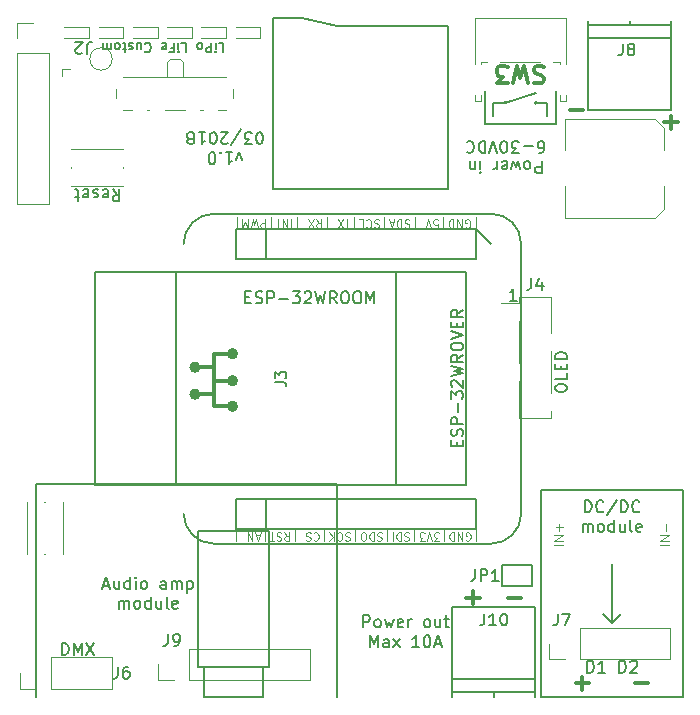
<source format=gto>
G04 #@! TF.FileFunction,Legend,Top*
%FSLAX46Y46*%
G04 Gerber Fmt 4.6, Leading zero omitted, Abs format (unit mm)*
G04 Created by KiCad (PCBNEW 4.0.7) date Fri Mar 16 09:41:33 2018*
%MOMM*%
%LPD*%
G01*
G04 APERTURE LIST*
%ADD10C,0.100000*%
%ADD11C,0.200000*%
%ADD12C,0.300000*%
%ADD13C,0.150000*%
%ADD14C,0.127000*%
%ADD15C,0.304800*%
%ADD16C,0.508000*%
%ADD17C,0.120000*%
G04 APERTURE END LIST*
D10*
D11*
X19428571Y45435714D02*
X19190476Y46102381D01*
X18952380Y45435714D01*
X18047618Y46102381D02*
X18619047Y46102381D01*
X18333333Y46102381D02*
X18333333Y45102381D01*
X18428571Y45245238D01*
X18523809Y45340476D01*
X18619047Y45388095D01*
X17619047Y46007143D02*
X17571428Y46054762D01*
X17619047Y46102381D01*
X17666666Y46054762D01*
X17619047Y46007143D01*
X17619047Y46102381D01*
X16952381Y45102381D02*
X16857142Y45102381D01*
X16761904Y45150000D01*
X16714285Y45197619D01*
X16666666Y45292857D01*
X16619047Y45483333D01*
X16619047Y45721429D01*
X16666666Y45911905D01*
X16714285Y46007143D01*
X16761904Y46054762D01*
X16857142Y46102381D01*
X16952381Y46102381D01*
X17047619Y46054762D01*
X17095238Y46007143D01*
X17142857Y45911905D01*
X17190476Y45721429D01*
X17190476Y45483333D01*
X17142857Y45292857D01*
X17095238Y45197619D01*
X17047619Y45150000D01*
X16952381Y45102381D01*
X20952381Y46802381D02*
X20857142Y46802381D01*
X20761904Y46850000D01*
X20714285Y46897619D01*
X20666666Y46992857D01*
X20619047Y47183333D01*
X20619047Y47421429D01*
X20666666Y47611905D01*
X20714285Y47707143D01*
X20761904Y47754762D01*
X20857142Y47802381D01*
X20952381Y47802381D01*
X21047619Y47754762D01*
X21095238Y47707143D01*
X21142857Y47611905D01*
X21190476Y47421429D01*
X21190476Y47183333D01*
X21142857Y46992857D01*
X21095238Y46897619D01*
X21047619Y46850000D01*
X20952381Y46802381D01*
X20285714Y46802381D02*
X19666666Y46802381D01*
X20000000Y47183333D01*
X19857142Y47183333D01*
X19761904Y47230952D01*
X19714285Y47278571D01*
X19666666Y47373810D01*
X19666666Y47611905D01*
X19714285Y47707143D01*
X19761904Y47754762D01*
X19857142Y47802381D01*
X20142857Y47802381D01*
X20238095Y47754762D01*
X20285714Y47707143D01*
X18523809Y46754762D02*
X19380952Y48040476D01*
X18238095Y46897619D02*
X18190476Y46850000D01*
X18095238Y46802381D01*
X17857142Y46802381D01*
X17761904Y46850000D01*
X17714285Y46897619D01*
X17666666Y46992857D01*
X17666666Y47088095D01*
X17714285Y47230952D01*
X18285714Y47802381D01*
X17666666Y47802381D01*
X17047619Y46802381D02*
X16952380Y46802381D01*
X16857142Y46850000D01*
X16809523Y46897619D01*
X16761904Y46992857D01*
X16714285Y47183333D01*
X16714285Y47421429D01*
X16761904Y47611905D01*
X16809523Y47707143D01*
X16857142Y47754762D01*
X16952380Y47802381D01*
X17047619Y47802381D01*
X17142857Y47754762D01*
X17190476Y47707143D01*
X17238095Y47611905D01*
X17285714Y47421429D01*
X17285714Y47183333D01*
X17238095Y46992857D01*
X17190476Y46897619D01*
X17142857Y46850000D01*
X17047619Y46802381D01*
X15761904Y47802381D02*
X16333333Y47802381D01*
X16047619Y47802381D02*
X16047619Y46802381D01*
X16142857Y46945238D01*
X16238095Y47040476D01*
X16333333Y47088095D01*
X15190476Y47230952D02*
X15285714Y47183333D01*
X15333333Y47135714D01*
X15380952Y47040476D01*
X15380952Y46992857D01*
X15333333Y46897619D01*
X15285714Y46850000D01*
X15190476Y46802381D01*
X14999999Y46802381D01*
X14904761Y46850000D01*
X14857142Y46897619D01*
X14809523Y46992857D01*
X14809523Y47040476D01*
X14857142Y47135714D01*
X14904761Y47183333D01*
X14999999Y47230952D01*
X15190476Y47230952D01*
X15285714Y47278571D01*
X15333333Y47326190D01*
X15380952Y47421429D01*
X15380952Y47611905D01*
X15333333Y47707143D01*
X15285714Y47754762D01*
X15190476Y47802381D01*
X14999999Y47802381D01*
X14904761Y47754762D01*
X14857142Y47707143D01*
X14809523Y47611905D01*
X14809523Y47421429D01*
X14857142Y47326190D01*
X14904761Y47278571D01*
X14999999Y47230952D01*
X42685715Y33547619D02*
X42114286Y33547619D01*
X42400000Y33547619D02*
X42400000Y34547619D01*
X42304762Y34404762D01*
X42209524Y34309524D01*
X42114286Y34261905D01*
D10*
X39228215Y40650000D02*
X39228215Y39650000D01*
X38380119Y39750000D02*
X38445357Y39716667D01*
X38543214Y39716667D01*
X38641072Y39750000D01*
X38706310Y39816667D01*
X38738929Y39883333D01*
X38771548Y40016667D01*
X38771548Y40116667D01*
X38738929Y40250000D01*
X38706310Y40316667D01*
X38641072Y40383333D01*
X38543214Y40416667D01*
X38477976Y40416667D01*
X38380119Y40383333D01*
X38347500Y40350000D01*
X38347500Y40116667D01*
X38477976Y40116667D01*
X38053929Y40416667D02*
X38053929Y39716667D01*
X37662500Y40416667D01*
X37662500Y39716667D01*
X37336310Y40416667D02*
X37336310Y39716667D01*
X37173215Y39716667D01*
X37075357Y39750000D01*
X37010119Y39816667D01*
X36977500Y39883333D01*
X36944881Y40016667D01*
X36944881Y40116667D01*
X36977500Y40250000D01*
X37010119Y40316667D01*
X37075357Y40383333D01*
X37173215Y40416667D01*
X37336310Y40416667D01*
X36488215Y40650000D02*
X36488215Y39650000D01*
X35672738Y39716667D02*
X35998929Y39716667D01*
X36031548Y40050000D01*
X35998929Y40016667D01*
X35933691Y39983333D01*
X35770595Y39983333D01*
X35705357Y40016667D01*
X35672738Y40050000D01*
X35640119Y40116667D01*
X35640119Y40283333D01*
X35672738Y40350000D01*
X35705357Y40383333D01*
X35770595Y40416667D01*
X35933691Y40416667D01*
X35998929Y40383333D01*
X36031548Y40350000D01*
X35444405Y39716667D02*
X35216072Y40416667D01*
X34987738Y39716667D01*
X34074405Y40650000D02*
X34074405Y39650000D01*
X33617738Y40383333D02*
X33519881Y40416667D01*
X33356785Y40416667D01*
X33291547Y40383333D01*
X33258928Y40350000D01*
X33226309Y40283333D01*
X33226309Y40216667D01*
X33258928Y40150000D01*
X33291547Y40116667D01*
X33356785Y40083333D01*
X33487262Y40050000D01*
X33552500Y40016667D01*
X33585119Y39983333D01*
X33617738Y39916667D01*
X33617738Y39850000D01*
X33585119Y39783333D01*
X33552500Y39750000D01*
X33487262Y39716667D01*
X33324166Y39716667D01*
X33226309Y39750000D01*
X32932738Y40416667D02*
X32932738Y39716667D01*
X32769643Y39716667D01*
X32671785Y39750000D01*
X32606547Y39816667D01*
X32573928Y39883333D01*
X32541309Y40016667D01*
X32541309Y40116667D01*
X32573928Y40250000D01*
X32606547Y40316667D01*
X32671785Y40383333D01*
X32769643Y40416667D01*
X32932738Y40416667D01*
X32280357Y40216667D02*
X31954166Y40216667D01*
X32345595Y40416667D02*
X32117262Y39716667D01*
X31888928Y40416667D01*
X31497500Y40650000D02*
X31497500Y39650000D01*
X31040833Y40383333D02*
X30942976Y40416667D01*
X30779880Y40416667D01*
X30714642Y40383333D01*
X30682023Y40350000D01*
X30649404Y40283333D01*
X30649404Y40216667D01*
X30682023Y40150000D01*
X30714642Y40116667D01*
X30779880Y40083333D01*
X30910357Y40050000D01*
X30975595Y40016667D01*
X31008214Y39983333D01*
X31040833Y39916667D01*
X31040833Y39850000D01*
X31008214Y39783333D01*
X30975595Y39750000D01*
X30910357Y39716667D01*
X30747261Y39716667D01*
X30649404Y39750000D01*
X29964404Y40350000D02*
X29997023Y40383333D01*
X30094880Y40416667D01*
X30160118Y40416667D01*
X30257976Y40383333D01*
X30323214Y40316667D01*
X30355833Y40250000D01*
X30388452Y40116667D01*
X30388452Y40016667D01*
X30355833Y39883333D01*
X30323214Y39816667D01*
X30257976Y39750000D01*
X30160118Y39716667D01*
X30094880Y39716667D01*
X29997023Y39750000D01*
X29964404Y39783333D01*
X29344642Y40416667D02*
X29670833Y40416667D01*
X29670833Y39716667D01*
X28953214Y40650000D02*
X28953214Y39650000D01*
X28561785Y39716667D02*
X28170356Y39716667D01*
X28366071Y40416667D02*
X28366071Y39716667D01*
X28007261Y39716667D02*
X27550594Y40416667D01*
X27550594Y39716667D02*
X28007261Y40416667D01*
X26604642Y40650000D02*
X26604642Y39650000D01*
X25723927Y40416667D02*
X25952261Y40083333D01*
X26115356Y40416667D02*
X26115356Y39716667D01*
X25854403Y39716667D01*
X25789165Y39750000D01*
X25756546Y39783333D01*
X25723927Y39850000D01*
X25723927Y39950000D01*
X25756546Y40016667D01*
X25789165Y40050000D01*
X25854403Y40083333D01*
X26115356Y40083333D01*
X25495594Y39716667D02*
X25038927Y40416667D01*
X25038927Y39716667D02*
X25495594Y40416667D01*
X24092975Y40650000D02*
X24092975Y39650000D01*
X23603689Y40416667D02*
X23603689Y39716667D01*
X23277499Y40416667D02*
X23277499Y39716667D01*
X22886070Y40416667D01*
X22886070Y39716667D01*
X22657737Y39716667D02*
X22266308Y39716667D01*
X22462023Y40416667D02*
X22462023Y39716667D01*
X21874880Y40650000D02*
X21874880Y39650000D01*
X21385594Y40416667D02*
X21385594Y39716667D01*
X21124641Y39716667D01*
X21059403Y39750000D01*
X21026784Y39783333D01*
X20994165Y39850000D01*
X20994165Y39950000D01*
X21026784Y40016667D01*
X21059403Y40050000D01*
X21124641Y40083333D01*
X21385594Y40083333D01*
X20765832Y39716667D02*
X20602737Y40416667D01*
X20472260Y39916667D01*
X20341784Y40416667D01*
X20178689Y39716667D01*
X19917737Y40416667D02*
X19917737Y39716667D01*
X19689403Y40216667D01*
X19461070Y39716667D01*
X19461070Y40416667D01*
X18971785Y40650000D02*
X18971785Y39650000D01*
X39267618Y14150000D02*
X39267618Y13150000D01*
X38425714Y13250000D02*
X38490476Y13216667D01*
X38587619Y13216667D01*
X38684761Y13250000D01*
X38749523Y13316667D01*
X38781904Y13383333D01*
X38814285Y13516667D01*
X38814285Y13616667D01*
X38781904Y13750000D01*
X38749523Y13816667D01*
X38684761Y13883333D01*
X38587619Y13916667D01*
X38522857Y13916667D01*
X38425714Y13883333D01*
X38393333Y13850000D01*
X38393333Y13616667D01*
X38522857Y13616667D01*
X38101904Y13916667D02*
X38101904Y13216667D01*
X37713333Y13916667D01*
X37713333Y13216667D01*
X37389523Y13916667D02*
X37389523Y13216667D01*
X37227618Y13216667D01*
X37130476Y13250000D01*
X37065714Y13316667D01*
X37033333Y13383333D01*
X37000952Y13516667D01*
X37000952Y13616667D01*
X37033333Y13750000D01*
X37065714Y13816667D01*
X37130476Y13883333D01*
X37227618Y13916667D01*
X37389523Y13916667D01*
X36547618Y14150000D02*
X36547618Y13150000D01*
X36126666Y13216667D02*
X35705714Y13216667D01*
X35932380Y13483333D01*
X35835238Y13483333D01*
X35770476Y13516667D01*
X35738095Y13550000D01*
X35705714Y13616667D01*
X35705714Y13783333D01*
X35738095Y13850000D01*
X35770476Y13883333D01*
X35835238Y13916667D01*
X36029523Y13916667D01*
X36094285Y13883333D01*
X36126666Y13850000D01*
X35511428Y13216667D02*
X35284761Y13916667D01*
X35058095Y13216667D01*
X34896190Y13216667D02*
X34475238Y13216667D01*
X34701904Y13483333D01*
X34604762Y13483333D01*
X34540000Y13516667D01*
X34507619Y13550000D01*
X34475238Y13616667D01*
X34475238Y13783333D01*
X34507619Y13850000D01*
X34540000Y13883333D01*
X34604762Y13916667D01*
X34799047Y13916667D01*
X34863809Y13883333D01*
X34896190Y13850000D01*
X34021904Y14150000D02*
X34021904Y13150000D01*
X33568571Y13883333D02*
X33471428Y13916667D01*
X33309524Y13916667D01*
X33244762Y13883333D01*
X33212381Y13850000D01*
X33180000Y13783333D01*
X33180000Y13716667D01*
X33212381Y13650000D01*
X33244762Y13616667D01*
X33309524Y13583333D01*
X33439047Y13550000D01*
X33503809Y13516667D01*
X33536190Y13483333D01*
X33568571Y13416667D01*
X33568571Y13350000D01*
X33536190Y13283333D01*
X33503809Y13250000D01*
X33439047Y13216667D01*
X33277143Y13216667D01*
X33180000Y13250000D01*
X32888571Y13916667D02*
X32888571Y13216667D01*
X32726666Y13216667D01*
X32629524Y13250000D01*
X32564762Y13316667D01*
X32532381Y13383333D01*
X32500000Y13516667D01*
X32500000Y13616667D01*
X32532381Y13750000D01*
X32564762Y13816667D01*
X32629524Y13883333D01*
X32726666Y13916667D01*
X32888571Y13916667D01*
X32208571Y13916667D02*
X32208571Y13216667D01*
X31722856Y14150000D02*
X31722856Y13150000D01*
X31269523Y13883333D02*
X31172380Y13916667D01*
X31010476Y13916667D01*
X30945714Y13883333D01*
X30913333Y13850000D01*
X30880952Y13783333D01*
X30880952Y13716667D01*
X30913333Y13650000D01*
X30945714Y13616667D01*
X31010476Y13583333D01*
X31139999Y13550000D01*
X31204761Y13516667D01*
X31237142Y13483333D01*
X31269523Y13416667D01*
X31269523Y13350000D01*
X31237142Y13283333D01*
X31204761Y13250000D01*
X31139999Y13216667D01*
X30978095Y13216667D01*
X30880952Y13250000D01*
X30589523Y13916667D02*
X30589523Y13216667D01*
X30427618Y13216667D01*
X30330476Y13250000D01*
X30265714Y13316667D01*
X30233333Y13383333D01*
X30200952Y13516667D01*
X30200952Y13616667D01*
X30233333Y13750000D01*
X30265714Y13816667D01*
X30330476Y13883333D01*
X30427618Y13916667D01*
X30589523Y13916667D01*
X29779999Y13216667D02*
X29650476Y13216667D01*
X29585714Y13250000D01*
X29520952Y13316667D01*
X29488571Y13450000D01*
X29488571Y13683333D01*
X29520952Y13816667D01*
X29585714Y13883333D01*
X29650476Y13916667D01*
X29779999Y13916667D01*
X29844761Y13883333D01*
X29909523Y13816667D01*
X29941904Y13683333D01*
X29941904Y13450000D01*
X29909523Y13316667D01*
X29844761Y13250000D01*
X29779999Y13216667D01*
X29035237Y14150000D02*
X29035237Y13150000D01*
X28581904Y13883333D02*
X28484761Y13916667D01*
X28322857Y13916667D01*
X28258095Y13883333D01*
X28225714Y13850000D01*
X28193333Y13783333D01*
X28193333Y13716667D01*
X28225714Y13650000D01*
X28258095Y13616667D01*
X28322857Y13583333D01*
X28452380Y13550000D01*
X28517142Y13516667D01*
X28549523Y13483333D01*
X28581904Y13416667D01*
X28581904Y13350000D01*
X28549523Y13283333D01*
X28517142Y13250000D01*
X28452380Y13216667D01*
X28290476Y13216667D01*
X28193333Y13250000D01*
X27513333Y13850000D02*
X27545714Y13883333D01*
X27642857Y13916667D01*
X27707619Y13916667D01*
X27804761Y13883333D01*
X27869523Y13816667D01*
X27901904Y13750000D01*
X27934285Y13616667D01*
X27934285Y13516667D01*
X27901904Y13383333D01*
X27869523Y13316667D01*
X27804761Y13250000D01*
X27707619Y13216667D01*
X27642857Y13216667D01*
X27545714Y13250000D01*
X27513333Y13283333D01*
X27221904Y13916667D02*
X27221904Y13216667D01*
X26833333Y13916667D02*
X27124761Y13516667D01*
X26833333Y13216667D02*
X27221904Y13616667D01*
X26379999Y14150000D02*
X26379999Y13150000D01*
X25505714Y13850000D02*
X25538095Y13883333D01*
X25635238Y13916667D01*
X25700000Y13916667D01*
X25797142Y13883333D01*
X25861904Y13816667D01*
X25894285Y13750000D01*
X25926666Y13616667D01*
X25926666Y13516667D01*
X25894285Y13383333D01*
X25861904Y13316667D01*
X25797142Y13250000D01*
X25700000Y13216667D01*
X25635238Y13216667D01*
X25538095Y13250000D01*
X25505714Y13283333D01*
X25246666Y13883333D02*
X25149523Y13916667D01*
X24987619Y13916667D01*
X24922857Y13883333D01*
X24890476Y13850000D01*
X24858095Y13783333D01*
X24858095Y13716667D01*
X24890476Y13650000D01*
X24922857Y13616667D01*
X24987619Y13583333D01*
X25117142Y13550000D01*
X25181904Y13516667D01*
X25214285Y13483333D01*
X25246666Y13416667D01*
X25246666Y13350000D01*
X25214285Y13283333D01*
X25181904Y13250000D01*
X25117142Y13216667D01*
X24955238Y13216667D01*
X24858095Y13250000D01*
X23886666Y14150000D02*
X23886666Y13150000D01*
X23012381Y13916667D02*
X23239047Y13583333D01*
X23400952Y13916667D02*
X23400952Y13216667D01*
X23141905Y13216667D01*
X23077143Y13250000D01*
X23044762Y13283333D01*
X23012381Y13350000D01*
X23012381Y13450000D01*
X23044762Y13516667D01*
X23077143Y13550000D01*
X23141905Y13583333D01*
X23400952Y13583333D01*
X22753333Y13883333D02*
X22656190Y13916667D01*
X22494286Y13916667D01*
X22429524Y13883333D01*
X22397143Y13850000D01*
X22364762Y13783333D01*
X22364762Y13716667D01*
X22397143Y13650000D01*
X22429524Y13616667D01*
X22494286Y13583333D01*
X22623809Y13550000D01*
X22688571Y13516667D01*
X22720952Y13483333D01*
X22753333Y13416667D01*
X22753333Y13350000D01*
X22720952Y13283333D01*
X22688571Y13250000D01*
X22623809Y13216667D01*
X22461905Y13216667D01*
X22364762Y13250000D01*
X22170476Y13216667D02*
X21781905Y13216667D01*
X21976190Y13916667D02*
X21976190Y13216667D01*
X21393333Y14150000D02*
X21393333Y13150000D01*
X20940000Y13716667D02*
X20616191Y13716667D01*
X21004762Y13916667D02*
X20778095Y13216667D01*
X20551429Y13916667D01*
X20324762Y13916667D02*
X20324762Y13216667D01*
X19936191Y13916667D01*
X19936191Y13216667D01*
X18932381Y14150000D02*
X18932381Y13150000D01*
D12*
X47678572Y1142857D02*
X48821429Y1142857D01*
X48250000Y571429D02*
X48250000Y1714286D01*
X52678572Y1142857D02*
X53821429Y1142857D01*
D11*
X48654762Y2047619D02*
X48654762Y3047619D01*
X48892857Y3047619D01*
X49035715Y3000000D01*
X49130953Y2904762D01*
X49178572Y2809524D01*
X49226191Y2619048D01*
X49226191Y2476190D01*
X49178572Y2285714D01*
X49130953Y2190476D01*
X49035715Y2095238D01*
X48892857Y2047619D01*
X48654762Y2047619D01*
X50178572Y2047619D02*
X49607143Y2047619D01*
X49892857Y2047619D02*
X49892857Y3047619D01*
X49797619Y2904762D01*
X49702381Y2809524D01*
X49607143Y2761905D01*
X51369048Y2047619D02*
X51369048Y3047619D01*
X51607143Y3047619D01*
X51750001Y3000000D01*
X51845239Y2904762D01*
X51892858Y2809524D01*
X51940477Y2619048D01*
X51940477Y2476190D01*
X51892858Y2285714D01*
X51845239Y2190476D01*
X51750001Y2095238D01*
X51607143Y2047619D01*
X51369048Y2047619D01*
X52321429Y2952381D02*
X52369048Y3000000D01*
X52464286Y3047619D01*
X52702382Y3047619D01*
X52797620Y3000000D01*
X52845239Y2952381D01*
X52892858Y2857143D01*
X52892858Y2761905D01*
X52845239Y2619048D01*
X52273810Y2047619D01*
X52892858Y2047619D01*
D12*
X41928572Y8392857D02*
X43071429Y8392857D01*
X38428572Y8392857D02*
X39571429Y8392857D01*
X39000000Y7821429D02*
X39000000Y8964286D01*
D11*
X4190476Y3547619D02*
X4190476Y4547619D01*
X4428571Y4547619D01*
X4571429Y4500000D01*
X4666667Y4404762D01*
X4714286Y4309524D01*
X4761905Y4119048D01*
X4761905Y3976190D01*
X4714286Y3785714D01*
X4666667Y3690476D01*
X4571429Y3595238D01*
X4428571Y3547619D01*
X4190476Y3547619D01*
X5190476Y3547619D02*
X5190476Y4547619D01*
X5523810Y3833333D01*
X5857143Y4547619D01*
X5857143Y3547619D01*
X6238095Y4547619D02*
X6904762Y3547619D01*
X6904762Y4547619D02*
X6238095Y3547619D01*
X29702380Y5897619D02*
X29702380Y6897619D01*
X30083333Y6897619D01*
X30178571Y6850000D01*
X30226190Y6802381D01*
X30273809Y6707143D01*
X30273809Y6564286D01*
X30226190Y6469048D01*
X30178571Y6421429D01*
X30083333Y6373810D01*
X29702380Y6373810D01*
X30845237Y5897619D02*
X30749999Y5945238D01*
X30702380Y5992857D01*
X30654761Y6088095D01*
X30654761Y6373810D01*
X30702380Y6469048D01*
X30749999Y6516667D01*
X30845237Y6564286D01*
X30988095Y6564286D01*
X31083333Y6516667D01*
X31130952Y6469048D01*
X31178571Y6373810D01*
X31178571Y6088095D01*
X31130952Y5992857D01*
X31083333Y5945238D01*
X30988095Y5897619D01*
X30845237Y5897619D01*
X31511904Y6564286D02*
X31702380Y5897619D01*
X31892857Y6373810D01*
X32083333Y5897619D01*
X32273809Y6564286D01*
X33035714Y5945238D02*
X32940476Y5897619D01*
X32749999Y5897619D01*
X32654761Y5945238D01*
X32607142Y6040476D01*
X32607142Y6421429D01*
X32654761Y6516667D01*
X32749999Y6564286D01*
X32940476Y6564286D01*
X33035714Y6516667D01*
X33083333Y6421429D01*
X33083333Y6326190D01*
X32607142Y6230952D01*
X33511904Y5897619D02*
X33511904Y6564286D01*
X33511904Y6373810D02*
X33559523Y6469048D01*
X33607142Y6516667D01*
X33702380Y6564286D01*
X33797619Y6564286D01*
X35035714Y5897619D02*
X34940476Y5945238D01*
X34892857Y5992857D01*
X34845238Y6088095D01*
X34845238Y6373810D01*
X34892857Y6469048D01*
X34940476Y6516667D01*
X35035714Y6564286D01*
X35178572Y6564286D01*
X35273810Y6516667D01*
X35321429Y6469048D01*
X35369048Y6373810D01*
X35369048Y6088095D01*
X35321429Y5992857D01*
X35273810Y5945238D01*
X35178572Y5897619D01*
X35035714Y5897619D01*
X36226191Y6564286D02*
X36226191Y5897619D01*
X35797619Y6564286D02*
X35797619Y6040476D01*
X35845238Y5945238D01*
X35940476Y5897619D01*
X36083334Y5897619D01*
X36178572Y5945238D01*
X36226191Y5992857D01*
X36559524Y6564286D02*
X36940476Y6564286D01*
X36702381Y6897619D02*
X36702381Y6040476D01*
X36750000Y5945238D01*
X36845238Y5897619D01*
X36940476Y5897619D01*
X30297619Y4197619D02*
X30297619Y5197619D01*
X30630953Y4483333D01*
X30964286Y5197619D01*
X30964286Y4197619D01*
X31869048Y4197619D02*
X31869048Y4721429D01*
X31821429Y4816667D01*
X31726191Y4864286D01*
X31535714Y4864286D01*
X31440476Y4816667D01*
X31869048Y4245238D02*
X31773810Y4197619D01*
X31535714Y4197619D01*
X31440476Y4245238D01*
X31392857Y4340476D01*
X31392857Y4435714D01*
X31440476Y4530952D01*
X31535714Y4578571D01*
X31773810Y4578571D01*
X31869048Y4626190D01*
X32250000Y4197619D02*
X32773810Y4864286D01*
X32250000Y4864286D02*
X32773810Y4197619D01*
X34440477Y4197619D02*
X33869048Y4197619D01*
X34154762Y4197619D02*
X34154762Y5197619D01*
X34059524Y5054762D01*
X33964286Y4959524D01*
X33869048Y4911905D01*
X35059524Y5197619D02*
X35154763Y5197619D01*
X35250001Y5150000D01*
X35297620Y5102381D01*
X35345239Y5007143D01*
X35392858Y4816667D01*
X35392858Y4578571D01*
X35345239Y4388095D01*
X35297620Y4292857D01*
X35250001Y4245238D01*
X35154763Y4197619D01*
X35059524Y4197619D01*
X34964286Y4245238D01*
X34916667Y4292857D01*
X34869048Y4388095D01*
X34821429Y4578571D01*
X34821429Y4816667D01*
X34869048Y5007143D01*
X34916667Y5102381D01*
X34964286Y5150000D01*
X35059524Y5197619D01*
X35773810Y4483333D02*
X36250001Y4483333D01*
X35678572Y4197619D02*
X36011905Y5197619D01*
X36345239Y4197619D01*
X6333333Y54452381D02*
X6333333Y55166667D01*
X6380953Y55309524D01*
X6476191Y55404762D01*
X6619048Y55452381D01*
X6714286Y55452381D01*
X5904762Y54547619D02*
X5857143Y54500000D01*
X5761905Y54452381D01*
X5523809Y54452381D01*
X5428571Y54500000D01*
X5380952Y54547619D01*
X5333333Y54642857D01*
X5333333Y54738095D01*
X5380952Y54880952D01*
X5952381Y55452381D01*
X5333333Y55452381D01*
D13*
X17473809Y55361905D02*
X17854762Y55361905D01*
X17854762Y54561905D01*
X17207143Y55361905D02*
X17207143Y54828571D01*
X17207143Y54561905D02*
X17245238Y54600000D01*
X17207143Y54638095D01*
X17169048Y54600000D01*
X17207143Y54561905D01*
X17207143Y54638095D01*
X16826191Y55361905D02*
X16826191Y54561905D01*
X16521429Y54561905D01*
X16445238Y54600000D01*
X16407143Y54638095D01*
X16369048Y54714286D01*
X16369048Y54828571D01*
X16407143Y54904762D01*
X16445238Y54942857D01*
X16521429Y54980952D01*
X16826191Y54980952D01*
X15911905Y55361905D02*
X15988096Y55323810D01*
X16026191Y55285714D01*
X16064286Y55209524D01*
X16064286Y54980952D01*
X16026191Y54904762D01*
X15988096Y54866667D01*
X15911905Y54828571D01*
X15797619Y54828571D01*
X15721429Y54866667D01*
X15683334Y54904762D01*
X15645238Y54980952D01*
X15645238Y55209524D01*
X15683334Y55285714D01*
X15721429Y55323810D01*
X15797619Y55361905D01*
X15911905Y55361905D01*
X14311904Y55361905D02*
X14692857Y55361905D01*
X14692857Y54561905D01*
X14045238Y55361905D02*
X14045238Y54828571D01*
X14045238Y54561905D02*
X14083333Y54600000D01*
X14045238Y54638095D01*
X14007143Y54600000D01*
X14045238Y54561905D01*
X14045238Y54638095D01*
X13397619Y54942857D02*
X13664286Y54942857D01*
X13664286Y55361905D02*
X13664286Y54561905D01*
X13283333Y54561905D01*
X12673810Y55323810D02*
X12750000Y55361905D01*
X12902381Y55361905D01*
X12978572Y55323810D01*
X13016667Y55247619D01*
X13016667Y54942857D01*
X12978572Y54866667D01*
X12902381Y54828571D01*
X12750000Y54828571D01*
X12673810Y54866667D01*
X12635715Y54942857D01*
X12635715Y55019048D01*
X13016667Y55095238D01*
X11226191Y55285714D02*
X11264286Y55323810D01*
X11378572Y55361905D01*
X11454762Y55361905D01*
X11569048Y55323810D01*
X11645239Y55247619D01*
X11683334Y55171429D01*
X11721429Y55019048D01*
X11721429Y54904762D01*
X11683334Y54752381D01*
X11645239Y54676190D01*
X11569048Y54600000D01*
X11454762Y54561905D01*
X11378572Y54561905D01*
X11264286Y54600000D01*
X11226191Y54638095D01*
X10540477Y54828571D02*
X10540477Y55361905D01*
X10883334Y54828571D02*
X10883334Y55247619D01*
X10845239Y55323810D01*
X10769048Y55361905D01*
X10654762Y55361905D01*
X10578572Y55323810D01*
X10540477Y55285714D01*
X10197619Y55323810D02*
X10121429Y55361905D01*
X9969048Y55361905D01*
X9892857Y55323810D01*
X9854762Y55247619D01*
X9854762Y55209524D01*
X9892857Y55133333D01*
X9969048Y55095238D01*
X10083333Y55095238D01*
X10159524Y55057143D01*
X10197619Y54980952D01*
X10197619Y54942857D01*
X10159524Y54866667D01*
X10083333Y54828571D01*
X9969048Y54828571D01*
X9892857Y54866667D01*
X9626191Y54828571D02*
X9321429Y54828571D01*
X9511905Y54561905D02*
X9511905Y55247619D01*
X9473810Y55323810D01*
X9397619Y55361905D01*
X9321429Y55361905D01*
X8940476Y55361905D02*
X9016667Y55323810D01*
X9054762Y55285714D01*
X9092857Y55209524D01*
X9092857Y54980952D01*
X9054762Y54904762D01*
X9016667Y54866667D01*
X8940476Y54828571D01*
X8826190Y54828571D01*
X8750000Y54866667D01*
X8711905Y54904762D01*
X8673809Y54980952D01*
X8673809Y55209524D01*
X8711905Y55285714D01*
X8750000Y55323810D01*
X8826190Y55361905D01*
X8940476Y55361905D01*
X8330952Y55361905D02*
X8330952Y54828571D01*
X8330952Y54904762D02*
X8292857Y54866667D01*
X8216666Y54828571D01*
X8102380Y54828571D01*
X8026190Y54866667D01*
X7988095Y54942857D01*
X7988095Y55361905D01*
X7988095Y54942857D02*
X7949999Y54866667D01*
X7873809Y54828571D01*
X7759523Y54828571D01*
X7683333Y54866667D01*
X7645238Y54942857D01*
X7645238Y55361905D01*
D11*
X8488095Y42952381D02*
X8821429Y42476190D01*
X9059524Y42952381D02*
X9059524Y41952381D01*
X8678571Y41952381D01*
X8583333Y42000000D01*
X8535714Y42047619D01*
X8488095Y42142857D01*
X8488095Y42285714D01*
X8535714Y42380952D01*
X8583333Y42428571D01*
X8678571Y42476190D01*
X9059524Y42476190D01*
X7678571Y42904762D02*
X7773809Y42952381D01*
X7964286Y42952381D01*
X8059524Y42904762D01*
X8107143Y42809524D01*
X8107143Y42428571D01*
X8059524Y42333333D01*
X7964286Y42285714D01*
X7773809Y42285714D01*
X7678571Y42333333D01*
X7630952Y42428571D01*
X7630952Y42523810D01*
X8107143Y42619048D01*
X7250000Y42904762D02*
X7154762Y42952381D01*
X6964286Y42952381D01*
X6869047Y42904762D01*
X6821428Y42809524D01*
X6821428Y42761905D01*
X6869047Y42666667D01*
X6964286Y42619048D01*
X7107143Y42619048D01*
X7202381Y42571429D01*
X7250000Y42476190D01*
X7250000Y42428571D01*
X7202381Y42333333D01*
X7107143Y42285714D01*
X6964286Y42285714D01*
X6869047Y42333333D01*
X6011904Y42904762D02*
X6107142Y42952381D01*
X6297619Y42952381D01*
X6392857Y42904762D01*
X6440476Y42809524D01*
X6440476Y42428571D01*
X6392857Y42333333D01*
X6297619Y42285714D01*
X6107142Y42285714D01*
X6011904Y42333333D01*
X5964285Y42428571D01*
X5964285Y42523810D01*
X6440476Y42619048D01*
X5678571Y42285714D02*
X5297619Y42285714D01*
X5535714Y41952381D02*
X5535714Y42809524D01*
X5488095Y42904762D01*
X5392857Y42952381D01*
X5297619Y42952381D01*
X44797619Y45352381D02*
X44797619Y44352381D01*
X44416666Y44352381D01*
X44321428Y44400000D01*
X44273809Y44447619D01*
X44226190Y44542857D01*
X44226190Y44685714D01*
X44273809Y44780952D01*
X44321428Y44828571D01*
X44416666Y44876190D01*
X44797619Y44876190D01*
X43654762Y45352381D02*
X43750000Y45304762D01*
X43797619Y45257143D01*
X43845238Y45161905D01*
X43845238Y44876190D01*
X43797619Y44780952D01*
X43750000Y44733333D01*
X43654762Y44685714D01*
X43511904Y44685714D01*
X43416666Y44733333D01*
X43369047Y44780952D01*
X43321428Y44876190D01*
X43321428Y45161905D01*
X43369047Y45257143D01*
X43416666Y45304762D01*
X43511904Y45352381D01*
X43654762Y45352381D01*
X42988095Y44685714D02*
X42797619Y45352381D01*
X42607142Y44876190D01*
X42416666Y45352381D01*
X42226190Y44685714D01*
X41464285Y45304762D02*
X41559523Y45352381D01*
X41750000Y45352381D01*
X41845238Y45304762D01*
X41892857Y45209524D01*
X41892857Y44828571D01*
X41845238Y44733333D01*
X41750000Y44685714D01*
X41559523Y44685714D01*
X41464285Y44733333D01*
X41416666Y44828571D01*
X41416666Y44923810D01*
X41892857Y45019048D01*
X40988095Y45352381D02*
X40988095Y44685714D01*
X40988095Y44876190D02*
X40940476Y44780952D01*
X40892857Y44733333D01*
X40797619Y44685714D01*
X40702380Y44685714D01*
X39607142Y45352381D02*
X39607142Y44685714D01*
X39607142Y44352381D02*
X39654761Y44400000D01*
X39607142Y44447619D01*
X39559523Y44400000D01*
X39607142Y44352381D01*
X39607142Y44447619D01*
X39130952Y44685714D02*
X39130952Y45352381D01*
X39130952Y44780952D02*
X39083333Y44733333D01*
X38988095Y44685714D01*
X38845237Y44685714D01*
X38749999Y44733333D01*
X38702380Y44828571D01*
X38702380Y45352381D01*
X44559523Y46052381D02*
X44750000Y46052381D01*
X44845238Y46100000D01*
X44892857Y46147619D01*
X44988095Y46290476D01*
X45035714Y46480952D01*
X45035714Y46861905D01*
X44988095Y46957143D01*
X44940476Y47004762D01*
X44845238Y47052381D01*
X44654761Y47052381D01*
X44559523Y47004762D01*
X44511904Y46957143D01*
X44464285Y46861905D01*
X44464285Y46623810D01*
X44511904Y46528571D01*
X44559523Y46480952D01*
X44654761Y46433333D01*
X44845238Y46433333D01*
X44940476Y46480952D01*
X44988095Y46528571D01*
X45035714Y46623810D01*
X44035714Y46671429D02*
X43273809Y46671429D01*
X42892857Y46052381D02*
X42273809Y46052381D01*
X42607143Y46433333D01*
X42464285Y46433333D01*
X42369047Y46480952D01*
X42321428Y46528571D01*
X42273809Y46623810D01*
X42273809Y46861905D01*
X42321428Y46957143D01*
X42369047Y47004762D01*
X42464285Y47052381D01*
X42750000Y47052381D01*
X42845238Y47004762D01*
X42892857Y46957143D01*
X41654762Y46052381D02*
X41559523Y46052381D01*
X41464285Y46100000D01*
X41416666Y46147619D01*
X41369047Y46242857D01*
X41321428Y46433333D01*
X41321428Y46671429D01*
X41369047Y46861905D01*
X41416666Y46957143D01*
X41464285Y47004762D01*
X41559523Y47052381D01*
X41654762Y47052381D01*
X41750000Y47004762D01*
X41797619Y46957143D01*
X41845238Y46861905D01*
X41892857Y46671429D01*
X41892857Y46433333D01*
X41845238Y46242857D01*
X41797619Y46147619D01*
X41750000Y46100000D01*
X41654762Y46052381D01*
X41035714Y46052381D02*
X40702381Y47052381D01*
X40369047Y46052381D01*
X40035714Y47052381D02*
X40035714Y46052381D01*
X39797619Y46052381D01*
X39654761Y46100000D01*
X39559523Y46195238D01*
X39511904Y46290476D01*
X39464285Y46480952D01*
X39464285Y46623810D01*
X39511904Y46814286D01*
X39559523Y46909524D01*
X39654761Y47004762D01*
X39797619Y47052381D01*
X40035714Y47052381D01*
X38464285Y46957143D02*
X38511904Y47004762D01*
X38654761Y47052381D01*
X38749999Y47052381D01*
X38892857Y47004762D01*
X38988095Y46909524D01*
X39035714Y46814286D01*
X39083333Y46623810D01*
X39083333Y46480952D01*
X39035714Y46290476D01*
X38988095Y46195238D01*
X38892857Y46100000D01*
X38749999Y46052381D01*
X38654761Y46052381D01*
X38511904Y46100000D01*
X38464285Y46147619D01*
D12*
X47178572Y49642857D02*
X48321429Y49642857D01*
X55178572Y48642857D02*
X56321429Y48642857D01*
X55750000Y48071429D02*
X55750000Y49214286D01*
X45000000Y53357143D02*
X44785714Y53428571D01*
X44428571Y53428571D01*
X44285714Y53357143D01*
X44214285Y53285714D01*
X44142857Y53142857D01*
X44142857Y53000000D01*
X44214285Y52857143D01*
X44285714Y52785714D01*
X44428571Y52714286D01*
X44714285Y52642857D01*
X44857143Y52571429D01*
X44928571Y52500000D01*
X45000000Y52357143D01*
X45000000Y52214286D01*
X44928571Y52071429D01*
X44857143Y52000000D01*
X44714285Y51928571D01*
X44357143Y51928571D01*
X44142857Y52000000D01*
X43642857Y51928571D02*
X43285714Y53428571D01*
X43000000Y52357143D01*
X42714286Y53428571D01*
X42357143Y51928571D01*
X41928571Y51928571D02*
X41000000Y51928571D01*
X41500000Y52500000D01*
X41285714Y52500000D01*
X41142857Y52571429D01*
X41071428Y52642857D01*
X41000000Y52785714D01*
X41000000Y53142857D01*
X41071428Y53285714D01*
X41142857Y53357143D01*
X41285714Y53428571D01*
X41714286Y53428571D01*
X41857143Y53357143D01*
X41928571Y53285714D01*
D11*
X44400000Y50300000D02*
G75*
G03X44400000Y50300000I-100000J0D01*
G01*
X41800000Y50300000D02*
G75*
G03X41800000Y50300000I-100000J0D01*
G01*
X45300000Y50300000D02*
X45300000Y49200000D01*
X44300000Y50300000D02*
X45300000Y50300000D01*
X41700000Y50300000D02*
X44300000Y51100000D01*
X40700000Y50300000D02*
X41700000Y50300000D01*
X40700000Y49200000D02*
X40700000Y50300000D01*
D13*
X45952381Y26047619D02*
X45952381Y26238096D01*
X46000000Y26333334D01*
X46095238Y26428572D01*
X46285714Y26476191D01*
X46619048Y26476191D01*
X46809524Y26428572D01*
X46904762Y26333334D01*
X46952381Y26238096D01*
X46952381Y26047619D01*
X46904762Y25952381D01*
X46809524Y25857143D01*
X46619048Y25809524D01*
X46285714Y25809524D01*
X46095238Y25857143D01*
X46000000Y25952381D01*
X45952381Y26047619D01*
X46952381Y27380953D02*
X46952381Y26904762D01*
X45952381Y26904762D01*
X46428571Y27714286D02*
X46428571Y28047620D01*
X46952381Y28190477D02*
X46952381Y27714286D01*
X45952381Y27714286D01*
X45952381Y28190477D01*
X46952381Y28619048D02*
X45952381Y28619048D01*
X45952381Y28857143D01*
X46000000Y29000001D01*
X46095238Y29095239D01*
X46190476Y29142858D01*
X46380952Y29190477D01*
X46523810Y29190477D01*
X46714286Y29142858D01*
X46809524Y29095239D01*
X46904762Y29000001D01*
X46952381Y28857143D01*
X46952381Y28619048D01*
X7714286Y9408333D02*
X8190477Y9408333D01*
X7619048Y9122619D02*
X7952381Y10122619D01*
X8285715Y9122619D01*
X9047620Y9789286D02*
X9047620Y9122619D01*
X8619048Y9789286D02*
X8619048Y9265476D01*
X8666667Y9170238D01*
X8761905Y9122619D01*
X8904763Y9122619D01*
X9000001Y9170238D01*
X9047620Y9217857D01*
X9952382Y9122619D02*
X9952382Y10122619D01*
X9952382Y9170238D02*
X9857144Y9122619D01*
X9666667Y9122619D01*
X9571429Y9170238D01*
X9523810Y9217857D01*
X9476191Y9313095D01*
X9476191Y9598810D01*
X9523810Y9694048D01*
X9571429Y9741667D01*
X9666667Y9789286D01*
X9857144Y9789286D01*
X9952382Y9741667D01*
X10428572Y9122619D02*
X10428572Y9789286D01*
X10428572Y10122619D02*
X10380953Y10075000D01*
X10428572Y10027381D01*
X10476191Y10075000D01*
X10428572Y10122619D01*
X10428572Y10027381D01*
X11047619Y9122619D02*
X10952381Y9170238D01*
X10904762Y9217857D01*
X10857143Y9313095D01*
X10857143Y9598810D01*
X10904762Y9694048D01*
X10952381Y9741667D01*
X11047619Y9789286D01*
X11190477Y9789286D01*
X11285715Y9741667D01*
X11333334Y9694048D01*
X11380953Y9598810D01*
X11380953Y9313095D01*
X11333334Y9217857D01*
X11285715Y9170238D01*
X11190477Y9122619D01*
X11047619Y9122619D01*
X13000001Y9122619D02*
X13000001Y9646429D01*
X12952382Y9741667D01*
X12857144Y9789286D01*
X12666667Y9789286D01*
X12571429Y9741667D01*
X13000001Y9170238D02*
X12904763Y9122619D01*
X12666667Y9122619D01*
X12571429Y9170238D01*
X12523810Y9265476D01*
X12523810Y9360714D01*
X12571429Y9455952D01*
X12666667Y9503571D01*
X12904763Y9503571D01*
X13000001Y9551190D01*
X13476191Y9122619D02*
X13476191Y9789286D01*
X13476191Y9694048D02*
X13523810Y9741667D01*
X13619048Y9789286D01*
X13761906Y9789286D01*
X13857144Y9741667D01*
X13904763Y9646429D01*
X13904763Y9122619D01*
X13904763Y9646429D02*
X13952382Y9741667D01*
X14047620Y9789286D01*
X14190477Y9789286D01*
X14285715Y9741667D01*
X14333334Y9646429D01*
X14333334Y9122619D01*
X14809524Y9789286D02*
X14809524Y8789286D01*
X14809524Y9741667D02*
X14904762Y9789286D01*
X15095239Y9789286D01*
X15190477Y9741667D01*
X15238096Y9694048D01*
X15285715Y9598810D01*
X15285715Y9313095D01*
X15238096Y9217857D01*
X15190477Y9170238D01*
X15095239Y9122619D01*
X14904762Y9122619D01*
X14809524Y9170238D01*
X9023809Y7472619D02*
X9023809Y8139286D01*
X9023809Y8044048D02*
X9071428Y8091667D01*
X9166666Y8139286D01*
X9309524Y8139286D01*
X9404762Y8091667D01*
X9452381Y7996429D01*
X9452381Y7472619D01*
X9452381Y7996429D02*
X9500000Y8091667D01*
X9595238Y8139286D01*
X9738095Y8139286D01*
X9833333Y8091667D01*
X9880952Y7996429D01*
X9880952Y7472619D01*
X10499999Y7472619D02*
X10404761Y7520238D01*
X10357142Y7567857D01*
X10309523Y7663095D01*
X10309523Y7948810D01*
X10357142Y8044048D01*
X10404761Y8091667D01*
X10499999Y8139286D01*
X10642857Y8139286D01*
X10738095Y8091667D01*
X10785714Y8044048D01*
X10833333Y7948810D01*
X10833333Y7663095D01*
X10785714Y7567857D01*
X10738095Y7520238D01*
X10642857Y7472619D01*
X10499999Y7472619D01*
X11690476Y7472619D02*
X11690476Y8472619D01*
X11690476Y7520238D02*
X11595238Y7472619D01*
X11404761Y7472619D01*
X11309523Y7520238D01*
X11261904Y7567857D01*
X11214285Y7663095D01*
X11214285Y7948810D01*
X11261904Y8044048D01*
X11309523Y8091667D01*
X11404761Y8139286D01*
X11595238Y8139286D01*
X11690476Y8091667D01*
X12595238Y8139286D02*
X12595238Y7472619D01*
X12166666Y8139286D02*
X12166666Y7615476D01*
X12214285Y7520238D01*
X12309523Y7472619D01*
X12452381Y7472619D01*
X12547619Y7520238D01*
X12595238Y7567857D01*
X13214285Y7472619D02*
X13119047Y7520238D01*
X13071428Y7615476D01*
X13071428Y8472619D01*
X13976191Y7520238D02*
X13880953Y7472619D01*
X13690476Y7472619D01*
X13595238Y7520238D01*
X13547619Y7615476D01*
X13547619Y7996429D01*
X13595238Y8091667D01*
X13690476Y8139286D01*
X13880953Y8139286D01*
X13976191Y8091667D01*
X14023810Y7996429D01*
X14023810Y7901190D01*
X13547619Y7805952D01*
X48464286Y15622619D02*
X48464286Y16622619D01*
X48702381Y16622619D01*
X48845239Y16575000D01*
X48940477Y16479762D01*
X48988096Y16384524D01*
X49035715Y16194048D01*
X49035715Y16051190D01*
X48988096Y15860714D01*
X48940477Y15765476D01*
X48845239Y15670238D01*
X48702381Y15622619D01*
X48464286Y15622619D01*
X50035715Y15717857D02*
X49988096Y15670238D01*
X49845239Y15622619D01*
X49750001Y15622619D01*
X49607143Y15670238D01*
X49511905Y15765476D01*
X49464286Y15860714D01*
X49416667Y16051190D01*
X49416667Y16194048D01*
X49464286Y16384524D01*
X49511905Y16479762D01*
X49607143Y16575000D01*
X49750001Y16622619D01*
X49845239Y16622619D01*
X49988096Y16575000D01*
X50035715Y16527381D01*
X51178572Y16670238D02*
X50321429Y15384524D01*
X51511905Y15622619D02*
X51511905Y16622619D01*
X51750000Y16622619D01*
X51892858Y16575000D01*
X51988096Y16479762D01*
X52035715Y16384524D01*
X52083334Y16194048D01*
X52083334Y16051190D01*
X52035715Y15860714D01*
X51988096Y15765476D01*
X51892858Y15670238D01*
X51750000Y15622619D01*
X51511905Y15622619D01*
X53083334Y15717857D02*
X53035715Y15670238D01*
X52892858Y15622619D01*
X52797620Y15622619D01*
X52654762Y15670238D01*
X52559524Y15765476D01*
X52511905Y15860714D01*
X52464286Y16051190D01*
X52464286Y16194048D01*
X52511905Y16384524D01*
X52559524Y16479762D01*
X52654762Y16575000D01*
X52797620Y16622619D01*
X52892858Y16622619D01*
X53035715Y16575000D01*
X53083334Y16527381D01*
X48273809Y13972619D02*
X48273809Y14639286D01*
X48273809Y14544048D02*
X48321428Y14591667D01*
X48416666Y14639286D01*
X48559524Y14639286D01*
X48654762Y14591667D01*
X48702381Y14496429D01*
X48702381Y13972619D01*
X48702381Y14496429D02*
X48750000Y14591667D01*
X48845238Y14639286D01*
X48988095Y14639286D01*
X49083333Y14591667D01*
X49130952Y14496429D01*
X49130952Y13972619D01*
X49749999Y13972619D02*
X49654761Y14020238D01*
X49607142Y14067857D01*
X49559523Y14163095D01*
X49559523Y14448810D01*
X49607142Y14544048D01*
X49654761Y14591667D01*
X49749999Y14639286D01*
X49892857Y14639286D01*
X49988095Y14591667D01*
X50035714Y14544048D01*
X50083333Y14448810D01*
X50083333Y14163095D01*
X50035714Y14067857D01*
X49988095Y14020238D01*
X49892857Y13972619D01*
X49749999Y13972619D01*
X50940476Y13972619D02*
X50940476Y14972619D01*
X50940476Y14020238D02*
X50845238Y13972619D01*
X50654761Y13972619D01*
X50559523Y14020238D01*
X50511904Y14067857D01*
X50464285Y14163095D01*
X50464285Y14448810D01*
X50511904Y14544048D01*
X50559523Y14591667D01*
X50654761Y14639286D01*
X50845238Y14639286D01*
X50940476Y14591667D01*
X51845238Y14639286D02*
X51845238Y13972619D01*
X51416666Y14639286D02*
X51416666Y14115476D01*
X51464285Y14020238D01*
X51559523Y13972619D01*
X51702381Y13972619D01*
X51797619Y14020238D01*
X51845238Y14067857D01*
X52464285Y13972619D02*
X52369047Y14020238D01*
X52321428Y14115476D01*
X52321428Y14972619D01*
X53226191Y14020238D02*
X53130953Y13972619D01*
X52940476Y13972619D01*
X52845238Y14020238D01*
X52797619Y14115476D01*
X52797619Y14496429D01*
X52845238Y14591667D01*
X52940476Y14639286D01*
X53130953Y14639286D01*
X53226191Y14591667D01*
X53273810Y14496429D01*
X53273810Y14401190D01*
X52797619Y14305952D01*
D11*
X2000000Y18000000D02*
X2000000Y0D01*
X27500000Y18000000D02*
X2000000Y18000000D01*
X27500000Y0D02*
X27500000Y18000000D01*
D14*
X18940000Y14230000D02*
X21480000Y14230000D01*
X21480000Y14230000D02*
X39260000Y14230000D01*
X39260000Y14230000D02*
X39260000Y16770000D01*
X39260000Y16770000D02*
X21480000Y16770000D01*
X21480000Y16770000D02*
X18940000Y16770000D01*
X18940000Y16770000D02*
X18940000Y14230000D01*
X21480000Y37090000D02*
X21480000Y39630000D01*
X18940000Y39630000D02*
X39260000Y39630000D01*
X18940000Y37090000D02*
X21480000Y37090000D01*
X21480000Y37090000D02*
X39260000Y37090000D01*
X39260000Y37090000D02*
X39260000Y39630000D01*
X18940000Y37090000D02*
X18940000Y39630000D01*
X21480000Y14230000D02*
X21480000Y16770000D01*
X17035000Y12960000D02*
X40530000Y12960000D01*
X43070000Y15500000D02*
X43070000Y38360000D01*
X17035000Y40900000D02*
X40530000Y40900000D01*
X39260000Y39630000D02*
X40530000Y38360000D01*
X40530000Y12960000D02*
G75*
G03X43070000Y15500000I0J2540000D01*
G01*
X43070000Y38360000D02*
G75*
G03X40530000Y40900000I-2540000J0D01*
G01*
X43070000Y38360000D02*
G75*
G03X40530000Y40900000I-2540000J0D01*
G01*
X14495000Y15500000D02*
G75*
G03X17035000Y12960000I2540000J0D01*
G01*
X17035000Y40900000D02*
G75*
G03X14495000Y38360000I0J-2540000D01*
G01*
D15*
X17102000Y24601000D02*
X17102000Y25617000D01*
X17102000Y25617000D02*
X17102000Y26760000D01*
X17102000Y26760000D02*
X17102000Y27903000D01*
X17102000Y27903000D02*
X17102000Y29046000D01*
X17102000Y24601000D02*
X18626000Y24601000D01*
X17102000Y26760000D02*
X18626000Y26760000D01*
X17102000Y29046000D02*
X18626000Y29046000D01*
X17102000Y25617000D02*
X15451000Y25617000D01*
X17102000Y27903000D02*
X15451000Y27903000D01*
D16*
X15679600Y25617000D02*
G75*
G03X15679600Y25617000I-228600J0D01*
G01*
X18854600Y24601000D02*
G75*
G03X18854600Y24601000I-228600J0D01*
G01*
X18854600Y26760000D02*
G75*
G03X18854600Y26760000I-228600J0D01*
G01*
X18854600Y29046000D02*
G75*
G03X18854600Y29046000I-228600J0D01*
G01*
X15679600Y27903000D02*
G75*
G03X15679600Y27903000I-228600J0D01*
G01*
D17*
X18100000Y55750000D02*
X18100000Y56750000D01*
X18100000Y56750000D02*
X16000000Y56750000D01*
X18100000Y55750000D02*
X16000000Y55750000D01*
X6500000Y55750000D02*
X6500000Y56750000D01*
X6500000Y56750000D02*
X4400000Y56750000D01*
X6500000Y55750000D02*
X4400000Y55750000D01*
X12300000Y55750000D02*
X12300000Y56750000D01*
X12300000Y56750000D02*
X10200000Y56750000D01*
X12300000Y55750000D02*
X10200000Y55750000D01*
X21000000Y55750000D02*
X21000000Y56750000D01*
X21000000Y56750000D02*
X18900000Y56750000D01*
X21000000Y55750000D02*
X18900000Y55750000D01*
X15200000Y55750000D02*
X15200000Y56750000D01*
X15200000Y56750000D02*
X13100000Y56750000D01*
X15200000Y55750000D02*
X13100000Y55750000D01*
X9400000Y55750000D02*
X9400000Y56750000D01*
X9400000Y56750000D02*
X7300000Y56750000D01*
X9400000Y55750000D02*
X7300000Y55750000D01*
X46810000Y48940000D02*
X46810000Y46260000D01*
X46810000Y40560000D02*
X46810000Y43240000D01*
X55190000Y41320000D02*
X55190000Y43240000D01*
X55190000Y48180000D02*
X55190000Y46260000D01*
X46810000Y48940000D02*
X54430000Y48940000D01*
X54430000Y48940000D02*
X55190000Y48180000D01*
X55190000Y41320000D02*
X54430000Y40560000D01*
X54430000Y40560000D02*
X46810000Y40560000D01*
X420000Y41720000D02*
X3080000Y41720000D01*
X420000Y54480000D02*
X420000Y41720000D01*
X3080000Y54480000D02*
X3080000Y41720000D01*
X420000Y54480000D02*
X3080000Y54480000D01*
X420000Y55750000D02*
X420000Y57080000D01*
X420000Y57080000D02*
X1750000Y57080000D01*
D13*
X24500000Y57500000D02*
X22100000Y57500000D01*
X27500000Y56800000D02*
X24500000Y57500000D01*
X36900000Y56800000D02*
X27500000Y56800000D01*
X36900000Y43000000D02*
X36900000Y56800000D01*
X22100000Y43000000D02*
X36900000Y43000000D01*
X22100000Y57500000D02*
X22100000Y43000000D01*
D17*
X8410000Y670000D02*
X8410000Y3330000D01*
X3270000Y670000D02*
X8410000Y670000D01*
X3270000Y3330000D02*
X8410000Y3330000D01*
X3270000Y670000D02*
X3270000Y3330000D01*
X2000000Y670000D02*
X670000Y670000D01*
X670000Y670000D02*
X670000Y2000000D01*
X55700000Y3170000D02*
X55700000Y5830000D01*
X48020000Y3170000D02*
X55700000Y3170000D01*
X48020000Y5830000D02*
X55700000Y5830000D01*
X48020000Y3170000D02*
X48020000Y5830000D01*
X46750000Y3170000D02*
X45420000Y3170000D01*
X45420000Y3170000D02*
X45420000Y4500000D01*
D13*
X52250000Y56850000D02*
X52250000Y57250000D01*
X55750000Y55750000D02*
X48750000Y55750000D01*
X55750000Y56850000D02*
X48750000Y56850000D01*
X55750000Y49650000D02*
X55750000Y57250000D01*
X48750000Y57250000D02*
X48750000Y49650000D01*
X48750000Y49650000D02*
X55750000Y49650000D01*
X40750000Y400000D02*
X40750000Y0D01*
X37250000Y1500000D02*
X44250000Y1500000D01*
X37250000Y400000D02*
X44250000Y400000D01*
X37250000Y7600000D02*
X37250000Y0D01*
X44250000Y0D02*
X44250000Y7600000D01*
X44250000Y7600000D02*
X37250000Y7600000D01*
X15750000Y14000000D02*
X21750000Y14000000D01*
X21250000Y2500000D02*
X16250000Y2500000D01*
X15750000Y2500000D02*
X15750000Y14000000D01*
X16250000Y2500000D02*
X15750000Y2500000D01*
X16250000Y0D02*
X16250000Y2500000D01*
X21250000Y0D02*
X16250000Y0D01*
X21250000Y2500000D02*
X21250000Y0D01*
X21750000Y2500000D02*
X21250000Y2500000D01*
X21750000Y14000000D02*
X21750000Y2500000D01*
X15750000Y14000000D02*
X21750000Y14000000D01*
X44020000Y11139000D02*
X41480000Y11139000D01*
X41480000Y9361000D02*
X44020000Y9361000D01*
X41480000Y9361000D02*
X41480000Y11139000D01*
X44020000Y11139000D02*
X44020000Y9361000D01*
D17*
X4230000Y53155000D02*
X4865000Y53155000D01*
X4230000Y52520000D02*
X4230000Y53155000D01*
X9400000Y44750000D02*
X9400000Y44850000D01*
X5000000Y43250000D02*
X9400000Y43250000D01*
X9400000Y46350000D02*
X5000000Y46350000D01*
X5000000Y44750000D02*
X5000000Y44850000D01*
X2800000Y16450000D02*
X2700000Y16450000D01*
X4300000Y12050000D02*
X4300000Y16450000D01*
X1200000Y16450000D02*
X1200000Y12050000D01*
X2800000Y12050000D02*
X2700000Y12050000D01*
X18100000Y49680000D02*
X17400000Y49680000D01*
X10100000Y49680000D02*
X9400000Y49680000D01*
X16100000Y49680000D02*
X15900000Y49680000D01*
X11600000Y49680000D02*
X11400000Y49680000D01*
X14400000Y53770000D02*
X14200000Y53970000D01*
X13100000Y53770000D02*
X13300000Y53970000D01*
X14400000Y52470000D02*
X14400000Y53770000D01*
X13300000Y53970000D02*
X14200000Y53970000D01*
X13100000Y53770000D02*
X13100000Y52470000D01*
X18100000Y52470000D02*
X9400000Y52470000D01*
X14600000Y49680000D02*
X12900000Y49680000D01*
X18700000Y50680000D02*
X18700000Y51470000D01*
X8800000Y51470000D02*
X8800000Y50680000D01*
D13*
X38383276Y35970792D02*
X32483276Y35970792D01*
X38383276Y17970792D02*
X38383276Y35970792D01*
X32483276Y17970792D02*
X38383276Y17970792D01*
X13883276Y35970792D02*
X13883276Y17970792D01*
X6983276Y17970792D02*
X32483276Y17970792D01*
X6983276Y35970792D02*
X32483276Y35970792D01*
X32483276Y35970792D02*
X32483276Y17970792D01*
X6983276Y35970792D02*
X6983276Y17970792D01*
X50750000Y6250000D02*
X50000000Y7000000D01*
X50750000Y6250000D02*
X51500000Y7000000D01*
X50750000Y11250000D02*
X50750000Y6250000D01*
X56750000Y0D02*
X56750000Y17500000D01*
X44750000Y0D02*
X56750000Y0D01*
X44750000Y17500000D02*
X44750000Y0D01*
X56750000Y17500000D02*
X44750000Y17500000D01*
X39990000Y48500000D02*
X39990000Y51250000D01*
X45990000Y48500000D02*
X45990000Y51250000D01*
X39990000Y48500000D02*
X45990000Y48500000D01*
D17*
X39650000Y53780000D02*
X39650000Y53550000D01*
X39130000Y57450000D02*
X46850000Y57450000D01*
X46850000Y57450000D02*
X46850000Y53550000D01*
X39130000Y50440000D02*
X39650000Y50440000D01*
X39130000Y57450000D02*
X39130000Y53550000D01*
X46330000Y53780000D02*
X46330000Y53550000D01*
X39650000Y50950000D02*
X39650000Y50440000D01*
X39130000Y50950000D02*
X39130000Y50440000D01*
X45790000Y53780000D02*
X46330000Y53780000D01*
X46330000Y50950000D02*
X46330000Y50440000D01*
X46330000Y50440000D02*
X46850000Y50440000D01*
X46850000Y50950000D02*
X46850000Y50440000D01*
X39650000Y53780000D02*
X40190000Y53780000D01*
X41290000Y53780000D02*
X44690000Y53780000D01*
X14940000Y1420000D02*
X25160000Y1420000D01*
X25160000Y1420000D02*
X25160000Y4080000D01*
X25160000Y4080000D02*
X14940000Y4080000D01*
X14940000Y4080000D02*
X14940000Y1420000D01*
X13670000Y1420000D02*
X12340000Y1420000D01*
X12340000Y1420000D02*
X12340000Y2750000D01*
X8450000Y54000000D02*
G75*
G03X8450000Y54000000I-950000J0D01*
G01*
X42920000Y33890000D02*
X45580000Y33890000D01*
X42920000Y23610000D02*
X45580000Y23610000D01*
X45580000Y33890000D02*
X45580000Y30780000D01*
X42920000Y33320000D02*
X41400000Y33320000D01*
X42920000Y33890000D02*
X42920000Y33320000D01*
X45580000Y24180000D02*
X45580000Y23610000D01*
X45580000Y29260000D02*
X45580000Y25700000D01*
X42920000Y31800000D02*
X42920000Y28240000D01*
X42920000Y26720000D02*
X42920000Y23610000D01*
D13*
X22202381Y26630001D02*
X22916667Y26630001D01*
X23059524Y26587143D01*
X23154762Y26501429D01*
X23202381Y26372858D01*
X23202381Y26287143D01*
X22202381Y26972857D02*
X22202381Y27530000D01*
X22583333Y27230000D01*
X22583333Y27358572D01*
X22630952Y27444286D01*
X22678571Y27487143D01*
X22773810Y27530000D01*
X23011905Y27530000D01*
X23107143Y27487143D01*
X23154762Y27444286D01*
X23202381Y27358572D01*
X23202381Y27101429D01*
X23154762Y27015715D01*
X23107143Y26972857D01*
X55399048Y48578571D02*
X56160953Y48578571D01*
X55780001Y48197619D02*
X55780001Y48959524D01*
X8916667Y2547619D02*
X8916667Y1833333D01*
X8869047Y1690476D01*
X8773809Y1595238D01*
X8630952Y1547619D01*
X8535714Y1547619D01*
X9821429Y2547619D02*
X9630952Y2547619D01*
X9535714Y2500000D01*
X9488095Y2452381D01*
X9392857Y2309524D01*
X9345238Y2119048D01*
X9345238Y1738095D01*
X9392857Y1642857D01*
X9440476Y1595238D01*
X9535714Y1547619D01*
X9726191Y1547619D01*
X9821429Y1595238D01*
X9869048Y1642857D01*
X9916667Y1738095D01*
X9916667Y1976190D01*
X9869048Y2071429D01*
X9821429Y2119048D01*
X9726191Y2166667D01*
X9535714Y2166667D01*
X9440476Y2119048D01*
X9392857Y2071429D01*
X9345238Y1976190D01*
X46166667Y7047619D02*
X46166667Y6333333D01*
X46119047Y6190476D01*
X46023809Y6095238D01*
X45880952Y6047619D01*
X45785714Y6047619D01*
X46547619Y7047619D02*
X47214286Y7047619D01*
X46785714Y6047619D01*
X51666667Y55297619D02*
X51666667Y54583333D01*
X51619047Y54440476D01*
X51523809Y54345238D01*
X51380952Y54297619D01*
X51285714Y54297619D01*
X52285714Y54869048D02*
X52190476Y54916667D01*
X52142857Y54964286D01*
X52095238Y55059524D01*
X52095238Y55107143D01*
X52142857Y55202381D01*
X52190476Y55250000D01*
X52285714Y55297619D01*
X52476191Y55297619D01*
X52571429Y55250000D01*
X52619048Y55202381D01*
X52666667Y55107143D01*
X52666667Y55059524D01*
X52619048Y54964286D01*
X52571429Y54916667D01*
X52476191Y54869048D01*
X52285714Y54869048D01*
X52190476Y54821429D01*
X52142857Y54773810D01*
X52095238Y54678571D01*
X52095238Y54488095D01*
X52142857Y54392857D01*
X52190476Y54345238D01*
X52285714Y54297619D01*
X52476191Y54297619D01*
X52571429Y54345238D01*
X52619048Y54392857D01*
X52666667Y54488095D01*
X52666667Y54678571D01*
X52619048Y54773810D01*
X52571429Y54821429D01*
X52476191Y54869048D01*
X39940477Y7047619D02*
X39940477Y6333333D01*
X39892857Y6190476D01*
X39797619Y6095238D01*
X39654762Y6047619D01*
X39559524Y6047619D01*
X40940477Y6047619D02*
X40369048Y6047619D01*
X40654762Y6047619D02*
X40654762Y7047619D01*
X40559524Y6904762D01*
X40464286Y6809524D01*
X40369048Y6761905D01*
X41559524Y7047619D02*
X41654763Y7047619D01*
X41750001Y7000000D01*
X41797620Y6952381D01*
X41845239Y6857143D01*
X41892858Y6666667D01*
X41892858Y6428571D01*
X41845239Y6238095D01*
X41797620Y6142857D01*
X41750001Y6095238D01*
X41654763Y6047619D01*
X41559524Y6047619D01*
X41464286Y6095238D01*
X41416667Y6142857D01*
X41369048Y6238095D01*
X41321429Y6428571D01*
X41321429Y6666667D01*
X41369048Y6857143D01*
X41416667Y6952381D01*
X41464286Y7000000D01*
X41559524Y7047619D01*
X39166667Y10797619D02*
X39166667Y10083333D01*
X39119047Y9940476D01*
X39023809Y9845238D01*
X38880952Y9797619D01*
X38785714Y9797619D01*
X39642857Y9797619D02*
X39642857Y10797619D01*
X40023810Y10797619D01*
X40119048Y10750000D01*
X40166667Y10702381D01*
X40214286Y10607143D01*
X40214286Y10464286D01*
X40166667Y10369048D01*
X40119048Y10321429D01*
X40023810Y10273810D01*
X39642857Y10273810D01*
X41166667Y9797619D02*
X40595238Y9797619D01*
X40880952Y9797619D02*
X40880952Y10797619D01*
X40785714Y10654762D01*
X40690476Y10559524D01*
X40595238Y10511905D01*
X19730895Y33842221D02*
X20064229Y33842221D01*
X20207086Y33318411D02*
X19730895Y33318411D01*
X19730895Y34318411D01*
X20207086Y34318411D01*
X20588038Y33366030D02*
X20730895Y33318411D01*
X20968991Y33318411D01*
X21064229Y33366030D01*
X21111848Y33413649D01*
X21159467Y33508887D01*
X21159467Y33604125D01*
X21111848Y33699363D01*
X21064229Y33746982D01*
X20968991Y33794602D01*
X20778514Y33842221D01*
X20683276Y33889840D01*
X20635657Y33937459D01*
X20588038Y34032697D01*
X20588038Y34127935D01*
X20635657Y34223173D01*
X20683276Y34270792D01*
X20778514Y34318411D01*
X21016610Y34318411D01*
X21159467Y34270792D01*
X21588038Y33318411D02*
X21588038Y34318411D01*
X21968991Y34318411D01*
X22064229Y34270792D01*
X22111848Y34223173D01*
X22159467Y34127935D01*
X22159467Y33985078D01*
X22111848Y33889840D01*
X22064229Y33842221D01*
X21968991Y33794602D01*
X21588038Y33794602D01*
X22588038Y33699363D02*
X23349943Y33699363D01*
X23730895Y34318411D02*
X24349943Y34318411D01*
X24016609Y33937459D01*
X24159467Y33937459D01*
X24254705Y33889840D01*
X24302324Y33842221D01*
X24349943Y33746982D01*
X24349943Y33508887D01*
X24302324Y33413649D01*
X24254705Y33366030D01*
X24159467Y33318411D01*
X23873752Y33318411D01*
X23778514Y33366030D01*
X23730895Y33413649D01*
X24730895Y34223173D02*
X24778514Y34270792D01*
X24873752Y34318411D01*
X25111848Y34318411D01*
X25207086Y34270792D01*
X25254705Y34223173D01*
X25302324Y34127935D01*
X25302324Y34032697D01*
X25254705Y33889840D01*
X24683276Y33318411D01*
X25302324Y33318411D01*
X25635657Y34318411D02*
X25873752Y33318411D01*
X26064229Y34032697D01*
X26254705Y33318411D01*
X26492800Y34318411D01*
X27445181Y33318411D02*
X27111847Y33794602D01*
X26873752Y33318411D02*
X26873752Y34318411D01*
X27254705Y34318411D01*
X27349943Y34270792D01*
X27397562Y34223173D01*
X27445181Y34127935D01*
X27445181Y33985078D01*
X27397562Y33889840D01*
X27349943Y33842221D01*
X27254705Y33794602D01*
X26873752Y33794602D01*
X28064228Y34318411D02*
X28254705Y34318411D01*
X28349943Y34270792D01*
X28445181Y34175554D01*
X28492800Y33985078D01*
X28492800Y33651744D01*
X28445181Y33461268D01*
X28349943Y33366030D01*
X28254705Y33318411D01*
X28064228Y33318411D01*
X27968990Y33366030D01*
X27873752Y33461268D01*
X27826133Y33651744D01*
X27826133Y33985078D01*
X27873752Y34175554D01*
X27968990Y34270792D01*
X28064228Y34318411D01*
X29111847Y34318411D02*
X29302324Y34318411D01*
X29397562Y34270792D01*
X29492800Y34175554D01*
X29540419Y33985078D01*
X29540419Y33651744D01*
X29492800Y33461268D01*
X29397562Y33366030D01*
X29302324Y33318411D01*
X29111847Y33318411D01*
X29016609Y33366030D01*
X28921371Y33461268D01*
X28873752Y33651744D01*
X28873752Y33985078D01*
X28921371Y34175554D01*
X29016609Y34270792D01*
X29111847Y34318411D01*
X29968990Y33318411D02*
X29968990Y34318411D01*
X30302324Y33604125D01*
X30635657Y34318411D01*
X30635657Y33318411D01*
X37611847Y21232697D02*
X37611847Y21566031D01*
X38135657Y21708888D02*
X38135657Y21232697D01*
X37135657Y21232697D01*
X37135657Y21708888D01*
X38088038Y22089840D02*
X38135657Y22232697D01*
X38135657Y22470793D01*
X38088038Y22566031D01*
X38040419Y22613650D01*
X37945181Y22661269D01*
X37849943Y22661269D01*
X37754705Y22613650D01*
X37707086Y22566031D01*
X37659466Y22470793D01*
X37611847Y22280316D01*
X37564228Y22185078D01*
X37516609Y22137459D01*
X37421371Y22089840D01*
X37326133Y22089840D01*
X37230895Y22137459D01*
X37183276Y22185078D01*
X37135657Y22280316D01*
X37135657Y22518412D01*
X37183276Y22661269D01*
X38135657Y23089840D02*
X37135657Y23089840D01*
X37135657Y23470793D01*
X37183276Y23566031D01*
X37230895Y23613650D01*
X37326133Y23661269D01*
X37468990Y23661269D01*
X37564228Y23613650D01*
X37611847Y23566031D01*
X37659466Y23470793D01*
X37659466Y23089840D01*
X37754705Y24089840D02*
X37754705Y24851745D01*
X37135657Y25232697D02*
X37135657Y25851745D01*
X37516609Y25518411D01*
X37516609Y25661269D01*
X37564228Y25756507D01*
X37611847Y25804126D01*
X37707086Y25851745D01*
X37945181Y25851745D01*
X38040419Y25804126D01*
X38088038Y25756507D01*
X38135657Y25661269D01*
X38135657Y25375554D01*
X38088038Y25280316D01*
X38040419Y25232697D01*
X37230895Y26232697D02*
X37183276Y26280316D01*
X37135657Y26375554D01*
X37135657Y26613650D01*
X37183276Y26708888D01*
X37230895Y26756507D01*
X37326133Y26804126D01*
X37421371Y26804126D01*
X37564228Y26756507D01*
X38135657Y26185078D01*
X38135657Y26804126D01*
X37135657Y27137459D02*
X38135657Y27375554D01*
X37421371Y27566031D01*
X38135657Y27756507D01*
X37135657Y27994602D01*
X38135657Y28946983D02*
X37659466Y28613649D01*
X38135657Y28375554D02*
X37135657Y28375554D01*
X37135657Y28756507D01*
X37183276Y28851745D01*
X37230895Y28899364D01*
X37326133Y28946983D01*
X37468990Y28946983D01*
X37564228Y28899364D01*
X37611847Y28851745D01*
X37659466Y28756507D01*
X37659466Y28375554D01*
X37135657Y29566030D02*
X37135657Y29756507D01*
X37183276Y29851745D01*
X37278514Y29946983D01*
X37468990Y29994602D01*
X37802324Y29994602D01*
X37992800Y29946983D01*
X38088038Y29851745D01*
X38135657Y29756507D01*
X38135657Y29566030D01*
X38088038Y29470792D01*
X37992800Y29375554D01*
X37802324Y29327935D01*
X37468990Y29327935D01*
X37278514Y29375554D01*
X37183276Y29470792D01*
X37135657Y29566030D01*
X37135657Y30280316D02*
X38135657Y30613649D01*
X37135657Y30946983D01*
X37611847Y31280316D02*
X37611847Y31613650D01*
X38135657Y31756507D02*
X38135657Y31280316D01*
X37135657Y31280316D01*
X37135657Y31756507D01*
X38135657Y32756507D02*
X37659466Y32423173D01*
X38135657Y32185078D02*
X37135657Y32185078D01*
X37135657Y32566031D01*
X37183276Y32661269D01*
X37230895Y32708888D01*
X37326133Y32756507D01*
X37468990Y32756507D01*
X37564228Y32708888D01*
X37611847Y32661269D01*
X37659466Y32566031D01*
X37659466Y32185078D01*
D10*
X55611905Y12835715D02*
X54811905Y12835715D01*
X55611905Y13216667D02*
X54811905Y13216667D01*
X55611905Y13673810D01*
X54811905Y13673810D01*
X55307143Y14054762D02*
X55307143Y14664286D01*
X46611905Y12835715D02*
X45811905Y12835715D01*
X46611905Y13216667D02*
X45811905Y13216667D01*
X46611905Y13673810D01*
X45811905Y13673810D01*
X46307143Y14054762D02*
X46307143Y14664286D01*
X46611905Y14359524D02*
X46002381Y14359524D01*
D13*
X13166667Y5297619D02*
X13166667Y4583333D01*
X13119047Y4440476D01*
X13023809Y4345238D01*
X12880952Y4297619D01*
X12785714Y4297619D01*
X13690476Y4297619D02*
X13880952Y4297619D01*
X13976191Y4345238D01*
X14023810Y4392857D01*
X14119048Y4535714D01*
X14166667Y4726190D01*
X14166667Y5107143D01*
X14119048Y5202381D01*
X14071429Y5250000D01*
X13976191Y5297619D01*
X13785714Y5297619D01*
X13690476Y5250000D01*
X13642857Y5202381D01*
X13595238Y5107143D01*
X13595238Y4869048D01*
X13642857Y4773810D01*
X13690476Y4726190D01*
X13785714Y4678571D01*
X13976191Y4678571D01*
X14071429Y4726190D01*
X14119048Y4773810D01*
X14166667Y4869048D01*
X43916667Y35437619D02*
X43916667Y34723333D01*
X43869047Y34580476D01*
X43773809Y34485238D01*
X43630952Y34437619D01*
X43535714Y34437619D01*
X44821429Y35104286D02*
X44821429Y34437619D01*
X44583333Y35485238D02*
X44345238Y34770952D01*
X44964286Y34770952D01*
M02*

</source>
